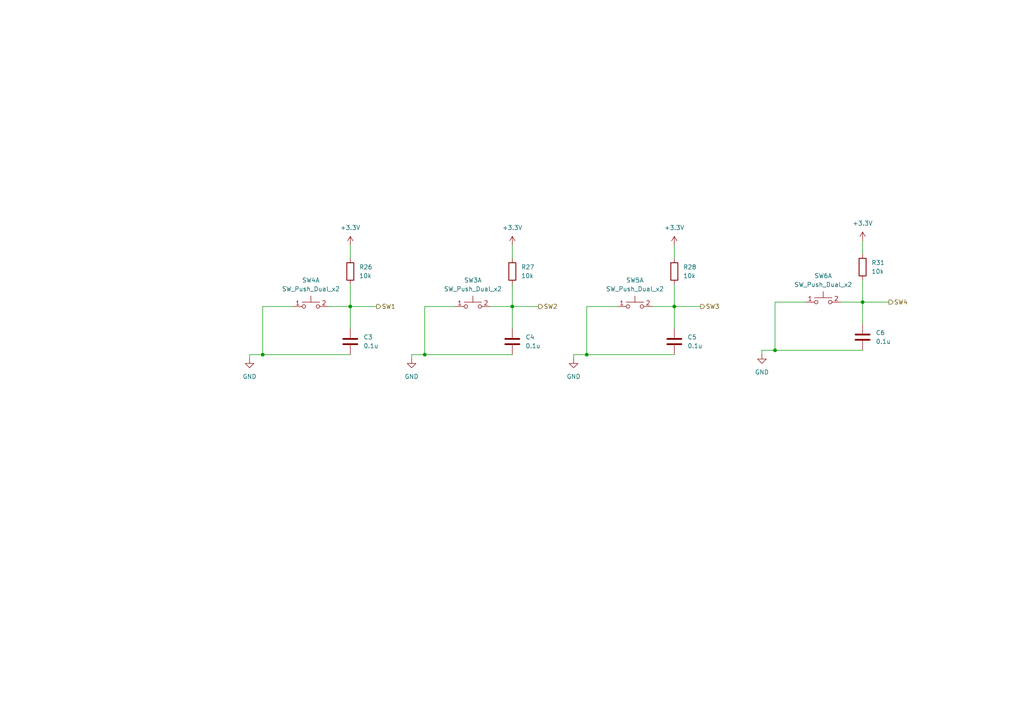
<source format=kicad_sch>
(kicad_sch (version 20250114) (generator "eeschema") (generator_version "9.0")
  (paper "A4")
  (lib_symbols
    (symbol "Device:C" (pin_numbers (hide yes)) (pin_names (offset 0.254))
      (property "Reference" "C" (at 0.635 2.54 0))
      (property "Value" "C" (at 0.635 -2.54 0))
      (symbol "C_0_1"
        (polyline (pts (xy -2.032 0.762) (xy 2.032 0.762)) (stroke (width 0.508)))
        (polyline (pts (xy -2.032 -0.762) (xy 2.032 -0.762)) (stroke (width 0.508)))
      )
      (symbol "C_1_1"
        (pin passive line (at 0 3.81 270) (length 2.794) (name "~") (number "1"))
        (pin passive line (at 0 -3.81 90) (length 2.794) (name "~") (number "2"))
      )
    )
    (symbol "Device:R" (pin_numbers (hide yes)) (pin_names (offset 0))
      (property "Reference" "R" (at 2.032 0 90))
      (property "Value" "R" (at 0 0 90))
      (symbol "R_0_1"
        (rectangle (start -1.016 -2.54) (end 1.016 2.54) (stroke (width 0.254)))
      )
      (symbol "R_1_1"
        (pin passive line (at 0 3.81 270) (length 1.27) (name "~") (number "1"))
        (pin passive line (at 0 -3.81 90) (length 1.27) (name "~") (number "2"))
      )
    )
    (symbol "Switch:SW_Push_Dual_x2" (pin_names (offset 1.016) (hide yes))
      (property "Reference" "SW" (at 1.27 2.54 0))
      (property "Value" "SW_Push_Dual_x2" (at 0 -1.524 0))
      (symbol "SW_Push_Dual_x2_0_1"
        (circle (center -2.032 0) (radius 0.508))
        (polyline (pts (xy 0 1.27) (xy 0 3.048)))
        (circle (center 2.032 0) (radius 0.508))
        (polyline (pts (xy 2.54 1.27) (xy -2.54 1.27)))
      )
      (symbol "SW_Push_Dual_x2_1_1"
        (pin passive line (at -5.08 0 0) (length 2.54) (name "C") (number "1"))
        (pin passive line (at 5.08 0 180) (length 2.54) (name "D") (number "2"))
      )
      (symbol "SW_Push_Dual_x2_2_1"
        (pin passive line (at -5.08 0 0) (length 2.54) (name "C") (number "3"))
        (pin passive line (at 5.08 0 180) (length 2.54) (name "D") (number "4"))
      )
    )
    (symbol "power:+3.3V" (power) (pin_numbers (hide yes)) (pin_names (offset 0) (hide yes))
      (property "Value" "+3.3V" (at 0 3.556 0))
      (symbol "+3.3V_0_1"
        (polyline (pts (xy -0.762 1.27) (xy 0 2.54)))
        (polyline (pts (xy 0 2.54) (xy 0.762 1.27)))
        (polyline (pts (xy 0 0) (xy 0 2.54)))
      )
      (symbol "+3.3V_1_1"
        (pin power_in line (at 0 0 90) (length 0) (name "~") (number "1"))
      )
    )
    (symbol "power:GND" (power) (pin_numbers (hide yes)) (pin_names (offset 0) (hide yes))
      (property "Value" "GND" (at 0 -3.81 0))
      (symbol "GND_0_1"
        (polyline (pts (xy 0 0) (xy 0 -1.27) (xy 1.27 -1.27) (xy 0 -2.54) (xy -1.27 -1.27) (xy 0 -1.27)))
      )
      (symbol "GND_1_1"
        (pin power_in line (at 0 0 270) (length 0) (name "~") (number "1"))
      )
    )
  )
  (junction (at 76.2 102.87))
  (junction (at 170.18 102.87))
  (junction (at 148.59 88.9))
  (junction (at 195.58 88.9))
  (junction (at 250.19 87.63))
  (junction (at 224.79 101.6))
  (junction (at 101.6 88.9))
  (junction (at 123.19 102.87))
  (wire (pts (xy 76.2 102.87) (xy 101.6 102.87)))
  (wire (pts (xy 101.6 71.12) (xy 101.6 74.93)))
  (wire (pts (xy 119.38 104.14) (xy 119.38 102.87)))
  (wire (pts (xy 250.19 87.63) (xy 250.19 93.98)))
  (wire (pts (xy 101.6 88.9) (xy 101.6 82.55)))
  (wire (pts (xy 132.08 88.9) (xy 123.19 88.9)))
  (wire (pts (xy 166.37 104.14) (xy 166.37 102.87)))
  (wire (pts (xy 233.68 87.63) (xy 224.79 87.63)))
  (wire (pts (xy 224.79 87.63) (xy 224.79 101.6)))
  (wire (pts (xy 250.19 69.85) (xy 250.19 73.66)))
  (wire (pts (xy 195.58 88.9) (xy 195.58 82.55)))
  (wire (pts (xy 224.79 101.6) (xy 250.19 101.6)))
  (wire (pts (xy 220.98 102.87) (xy 220.98 101.6)))
  (wire (pts (xy 220.98 101.6) (xy 224.79 101.6)))
  (wire (pts (xy 250.19 87.63) (xy 257.81 87.63)))
  (wire (pts (xy 195.58 71.12) (xy 195.58 74.93)))
  (wire (pts (xy 170.18 102.87) (xy 195.58 102.87)))
  (wire (pts (xy 72.39 102.87) (xy 76.2 102.87)))
  (wire (pts (xy 101.6 88.9) (xy 109.22 88.9)))
  (wire (pts (xy 72.39 104.14) (xy 72.39 102.87)))
  (wire (pts (xy 148.59 88.9) (xy 156.21 88.9)))
  (wire (pts (xy 250.19 87.63) (xy 250.19 81.28)))
  (wire (pts (xy 148.59 88.9) (xy 148.59 95.25)))
  (wire (pts (xy 119.38 102.87) (xy 123.19 102.87)))
  (wire (pts (xy 170.18 88.9) (xy 170.18 102.87)))
  (wire (pts (xy 123.19 102.87) (xy 148.59 102.87)))
  (wire (pts (xy 148.59 71.12) (xy 148.59 74.93)))
  (wire (pts (xy 123.19 88.9) (xy 123.19 102.87)))
  (wire (pts (xy 243.84 87.63) (xy 250.19 87.63)))
  (wire (pts (xy 195.58 88.9) (xy 203.2 88.9)))
  (wire (pts (xy 142.24 88.9) (xy 148.59 88.9)))
  (wire (pts (xy 166.37 102.87) (xy 170.18 102.87)))
  (wire (pts (xy 101.6 88.9) (xy 101.6 95.25)))
  (wire (pts (xy 189.23 88.9) (xy 195.58 88.9)))
  (wire (pts (xy 76.2 88.9) (xy 76.2 102.87)))
  (wire (pts (xy 85.09 88.9) (xy 76.2 88.9)))
  (wire (pts (xy 179.07 88.9) (xy 170.18 88.9)))
  (wire (pts (xy 95.25 88.9) (xy 101.6 88.9)))
  (wire (pts (xy 148.59 88.9) (xy 148.59 82.55)))
  (wire (pts (xy 195.58 88.9) (xy 195.58 95.25)))
  (hierarchical_label "SW3" (shape output) (at 203.2 88.9 0))
  (hierarchical_label "SW2" (shape output) (at 156.21 88.9 0))
  (hierarchical_label "SW1" (shape output) (at 109.22 88.9 0))
  (hierarchical_label "SW4" (shape output) (at 257.81 87.63 0))
  (symbol (lib_id "Device:R") (at 101.6 78.74 0) (unit 1)
    (property "Reference" "R26" (at 104.14 77.4699 0) (effects (justify left)))
    (property "Value" "10k" (at 104.14 80.0099 0) (effects (justify left)))
    (property "Footprint" "Resistor_SMD:R_1206_3216Metric" (effects (hide yes)))
    (property "Description" "Resistor" (effects (hide yes)))
  )
  (symbol (lib_id "power:+3.3V") (at 250.19 69.85 0) (unit 1)
    (property "Reference" "#PWR067" (effects (hide yes)))
    (property "Value" "+3.3V" (at 250.19 64.77 0))
    (property "Description" "Power symbol creates a global label with name \"+3.3V\"" (effects (hide yes)))
  )
  (symbol (lib_id "Device:R") (at 195.58 78.74 0) (unit 1)
    (property "Reference" "R28" (at 198.12 77.4699 0) (effects (justify left)))
    (property "Value" "10k" (at 198.12 80.0099 0) (effects (justify left)))
    (property "Footprint" "Resistor_SMD:R_1206_3216Metric" (effects (hide yes)))
    (property "Description" "Resistor" (effects (hide yes)))
  )
  (symbol (lib_id "Device:R") (at 250.19 77.47 0) (unit 1)
    (property "Reference" "R31" (at 252.73 76.1999 0) (effects (justify left)))
    (property "Value" "10k" (at 252.73 78.7399 0) (effects (justify left)))
    (property "Footprint" "Resistor_SMD:R_1206_3216Metric" (effects (hide yes)))
    (property "Description" "Resistor" (effects (hide yes)))
  )
  (symbol (lib_id "Device:C") (at 250.19 97.79 0) (unit 1)
    (property "Reference" "C6" (at 254 96.5199 0) (effects (justify left)))
    (property "Value" "0.1u" (at 254 99.0599 0) (effects (justify left)))
    (property "Footprint" "Capacitor_SMD:C_1206_3216Metric" (effects (hide yes)))
    (property "Description" "Unpolarized capacitor" (effects (hide yes)))
  )
  (symbol (lib_id "Switch:SW_Push_Dual_x2") (at 238.76 87.63 0) (unit 1)
    (property "Reference" "SW6" (at 238.76 80.01 0))
    (property "Value" "SW_Push_Dual_x2" (at 238.76 82.55 0))
    (property "Footprint" "Button_Switch_SMD:SW_SPST_TL3305A" (effects (hide yes)))
    (property "Description" "Push button switch, generic, separate symbols, four pins" (effects (hide yes)))
  )
  (symbol (lib_id "power:+3.3V") (at 148.59 71.12 0) (unit 1)
    (property "Reference" "#PWR063" (effects (hide yes)))
    (property "Value" "+3.3V" (at 148.59 66.04 0))
    (property "Description" "Power symbol creates a global label with name \"+3.3V\"" (effects (hide yes)))
  )
  (symbol (lib_id "power:GND") (at 119.38 104.14 0) (unit 1)
    (property "Reference" "#PWR062" (effects (hide yes)))
    (property "Value" "GND" (at 119.38 109.22 0))
    (property "Description" "Power symbol creates a global label with name \"GND\" , ground" (effects (hide yes)))
  )
  (symbol (lib_id "power:GND") (at 166.37 104.14 0) (unit 1)
    (property "Reference" "#PWR064" (effects (hide yes)))
    (property "Value" "GND" (at 166.37 109.22 0))
    (property "Description" "Power symbol creates a global label with name \"GND\" , ground" (effects (hide yes)))
  )
  (symbol (lib_id "Switch:SW_Push_Dual_x2") (at 184.15 88.9 0) (unit 1)
    (property "Reference" "SW5" (at 184.15 81.28 0))
    (property "Value" "SW_Push_Dual_x2" (at 184.15 83.82 0))
    (property "Footprint" "Button_Switch_SMD:SW_SPST_TL3305A" (effects (hide yes)))
    (property "Description" "Push button switch, generic, separate symbols, four pins" (effects (hide yes)))
  )
  (symbol (lib_id "Device:C") (at 101.6 99.06 0) (unit 1)
    (property "Reference" "C3" (at 105.41 97.7899 0) (effects (justify left)))
    (property "Value" "0.1u" (at 105.41 100.3299 0) (effects (justify left)))
    (property "Footprint" "Capacitor_SMD:C_1206_3216Metric" (effects (hide yes)))
    (property "Description" "Unpolarized capacitor" (effects (hide yes)))
  )
  (symbol (lib_id "power:GND") (at 220.98 102.87 0) (unit 1)
    (property "Reference" "#PWR066" (effects (hide yes)))
    (property "Value" "GND" (at 220.98 107.95 0))
    (property "Description" "Power symbol creates a global label with name \"GND\" , ground" (effects (hide yes)))
  )
  (symbol (lib_id "power:GND") (at 72.39 104.14 0) (unit 1)
    (property "Reference" "#PWR060" (effects (hide yes)))
    (property "Value" "GND" (at 72.39 109.22 0))
    (property "Description" "Power symbol creates a global label with name \"GND\" , ground" (effects (hide yes)))
  )
  (symbol (lib_id "Device:C") (at 195.58 99.06 0) (unit 1)
    (property "Reference" "C5" (at 199.39 97.7899 0) (effects (justify left)))
    (property "Value" "0.1u" (at 199.39 100.3299 0) (effects (justify left)))
    (property "Footprint" "Capacitor_SMD:C_1206_3216Metric" (effects (hide yes)))
    (property "Description" "Unpolarized capacitor" (effects (hide yes)))
  )
  (symbol (lib_id "power:+3.3V") (at 195.58 71.12 0) (unit 1)
    (property "Reference" "#PWR065" (effects (hide yes)))
    (property "Value" "+3.3V" (at 195.58 66.04 0))
    (property "Description" "Power symbol creates a global label with name \"+3.3V\"" (effects (hide yes)))
  )
  (symbol (lib_id "Device:R") (at 148.59 78.74 0) (unit 1)
    (property "Reference" "R27" (at 151.13 77.4699 0) (effects (justify left)))
    (property "Value" "10k" (at 151.13 80.0099 0) (effects (justify left)))
    (property "Footprint" "Resistor_SMD:R_1206_3216Metric" (effects (hide yes)))
    (property "Description" "Resistor" (effects (hide yes)))
  )
  (symbol (lib_id "power:+3.3V") (at 101.6 71.12 0) (unit 1)
    (property "Reference" "#PWR061" (effects (hide yes)))
    (property "Value" "+3.3V" (at 101.6 66.04 0))
    (property "Description" "Power symbol creates a global label with name \"+3.3V\"" (effects (hide yes)))
  )
  (symbol (lib_id "Device:C") (at 148.59 99.06 0) (unit 1)
    (property "Reference" "C4" (at 152.4 97.7899 0) (effects (justify left)))
    (property "Value" "0.1u" (at 152.4 100.3299 0) (effects (justify left)))
    (property "Footprint" "Capacitor_SMD:C_1206_3216Metric" (effects (hide yes)))
    (property "Description" "Unpolarized capacitor" (effects (hide yes)))
  )
  (symbol (lib_id "Switch:SW_Push_Dual_x2") (at 137.16 88.9 0) (unit 1)
    (property "Reference" "SW3" (at 137.16 81.28 0))
    (property "Value" "SW_Push_Dual_x2" (at 137.16 83.82 0))
    (property "Footprint" "Button_Switch_SMD:SW_SPST_TL3305A" (effects (hide yes)))
    (property "Description" "Push button switch, generic, separate symbols, four pins" (effects (hide yes)))
  )
  (symbol (lib_id "Switch:SW_Push_Dual_x2") (at 90.17 88.9 0) (unit 1)
    (property "Reference" "SW4" (at 90.17 81.28 0))
    (property "Value" "SW_Push_Dual_x2" (at 90.17 83.82 0))
    (property "Footprint" "Button_Switch_SMD:SW_SPST_TL3305A" (effects (hide yes)))
    (property "Description" "Push button switch, generic, separate symbols, four pins" (effects (hide yes)))
  )
)
</source>
